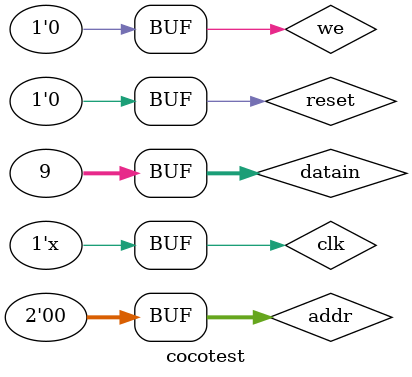
<source format=v>
`timescale 1ns / 1ps


module cocotest;

	// Inputs
	reg clk;
	reg reset;
	reg [3:2] addr;
	reg we;
	reg [31:0] datain;

	// Outputs
	wire [31:0] dataout;
	wire IRQ;

	// Instantiate the Unit Under Test (UUT)
	COCO uut (
		.clk(clk), 
		.reset(reset), 
		.addr(addr), 
		.we(we), 
		.datain(datain), 
		.dataout(dataout), 
		.IRQ(IRQ)
	);

	initial begin
		// Initialize Inputs
		
	
		
		clk= 0;
		reset=0;
      addr = 2'b01;////countºÍpreset
		we = 1;
		datain = 32'b00000000000000000000000000000101;  
		
		#20;
		addr = 0;////Ð´ctrl
		we = 1;
		datain = 32'b00000000_00000000_00000000_00001001;
		
		#2;
		we =0;
	/*	
		#20;
		addr = 2'b01;////Ð´
		we = 1;
		datain = 32'b00000000_00000000_00000000_00000111;
		#2;
		we=1'b0;
		// Add stimulus here*/
	/*	#20;
      addr = 2'b01;////countºÍpreset
		we = 1;
		datain = 32'b00000000000000000000000000001101;  
		// Add stimulus here
			
		#20;
		addr =2'b00;
		we =1;
		datain = 32'b00000000_00000000_00000000_00001011;
*/
	end
      always #1 clk=~clk;
endmodule


</source>
